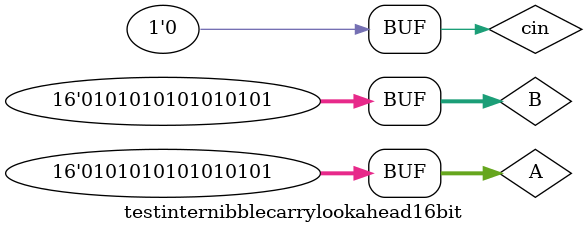
<source format=v>
`timescale 1ns / 1ps


module testinternibblecarrylookahead16bit;

	// Inputs
	reg [0:15] A;
	reg [0:15] B;
	reg cin;

	// Outputs
	wire [0:15] S;
	wire cout;

	// Instantiate the Unit Under Test (UUT)
	internibblecarrylookahead16bit uut (
		.S(S), 
		.cout(cout), 
		.A(A), 
		.B(B), 
		.cin(cin)
	);

	initial begin
		// Initialize Inputs
		A = 16'b0101010101010101 ;
		B = 16'b0101010101010101 ;
		cin = 0;

		// Wait 100 ns for global reset to finish
		#100;
        
		// Add stimulus here

	end
      
endmodule


</source>
